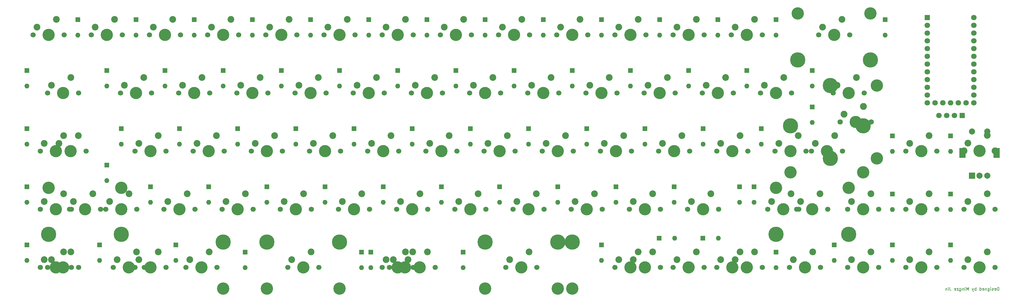
<source format=gbr>
%TF.GenerationSoftware,KiCad,Pcbnew,(6.0.1)*%
%TF.CreationDate,2022-05-17T11:58:57-04:00*%
%TF.ProjectId,GanJing 65 rev 2 solder-rounded,47616e4a-696e-4672-9036-352072657620,2*%
%TF.SameCoordinates,Original*%
%TF.FileFunction,Soldermask,Bot*%
%TF.FilePolarity,Negative*%
%FSLAX46Y46*%
G04 Gerber Fmt 4.6, Leading zero omitted, Abs format (unit mm)*
G04 Created by KiCad (PCBNEW (6.0.1)) date 2022-05-17 11:58:57*
%MOMM*%
%LPD*%
G01*
G04 APERTURE LIST*
%ADD10C,0.150000*%
%ADD11R,1.600000X1.600000*%
%ADD12O,1.600000X1.600000*%
%ADD13R,1.800000X1.800000*%
%ADD14C,1.800000*%
%ADD15C,1.700000*%
%ADD16C,4.000000*%
%ADD17C,2.200000*%
%ADD18C,5.000000*%
%ADD19C,4.050000*%
%ADD20C,2.250000*%
%ADD21R,2.000000X3.200000*%
%ADD22R,2.000000X2.000000*%
%ADD23C,2.000000*%
%ADD24C,1.750000*%
%ADD25C,3.987800*%
G04 APERTURE END LIST*
D10*
X370664285Y-188572380D02*
X370664285Y-187572380D01*
X370426190Y-187572380D01*
X370283333Y-187620000D01*
X370188095Y-187715238D01*
X370140476Y-187810476D01*
X370092857Y-188000952D01*
X370092857Y-188143809D01*
X370140476Y-188334285D01*
X370188095Y-188429523D01*
X370283333Y-188524761D01*
X370426190Y-188572380D01*
X370664285Y-188572380D01*
X369283333Y-188524761D02*
X369378571Y-188572380D01*
X369569047Y-188572380D01*
X369664285Y-188524761D01*
X369711904Y-188429523D01*
X369711904Y-188048571D01*
X369664285Y-187953333D01*
X369569047Y-187905714D01*
X369378571Y-187905714D01*
X369283333Y-187953333D01*
X369235714Y-188048571D01*
X369235714Y-188143809D01*
X369711904Y-188239047D01*
X368854761Y-188524761D02*
X368759523Y-188572380D01*
X368569047Y-188572380D01*
X368473809Y-188524761D01*
X368426190Y-188429523D01*
X368426190Y-188381904D01*
X368473809Y-188286666D01*
X368569047Y-188239047D01*
X368711904Y-188239047D01*
X368807142Y-188191428D01*
X368854761Y-188096190D01*
X368854761Y-188048571D01*
X368807142Y-187953333D01*
X368711904Y-187905714D01*
X368569047Y-187905714D01*
X368473809Y-187953333D01*
X367997619Y-188572380D02*
X367997619Y-187905714D01*
X367997619Y-187572380D02*
X368045238Y-187620000D01*
X367997619Y-187667619D01*
X367950000Y-187620000D01*
X367997619Y-187572380D01*
X367997619Y-187667619D01*
X367092857Y-187905714D02*
X367092857Y-188715238D01*
X367140476Y-188810476D01*
X367188095Y-188858095D01*
X367283333Y-188905714D01*
X367426190Y-188905714D01*
X367521428Y-188858095D01*
X367092857Y-188524761D02*
X367188095Y-188572380D01*
X367378571Y-188572380D01*
X367473809Y-188524761D01*
X367521428Y-188477142D01*
X367569047Y-188381904D01*
X367569047Y-188096190D01*
X367521428Y-188000952D01*
X367473809Y-187953333D01*
X367378571Y-187905714D01*
X367188095Y-187905714D01*
X367092857Y-187953333D01*
X366616666Y-187905714D02*
X366616666Y-188572380D01*
X366616666Y-188000952D02*
X366569047Y-187953333D01*
X366473809Y-187905714D01*
X366330952Y-187905714D01*
X366235714Y-187953333D01*
X366188095Y-188048571D01*
X366188095Y-188572380D01*
X365330952Y-188524761D02*
X365426190Y-188572380D01*
X365616666Y-188572380D01*
X365711904Y-188524761D01*
X365759523Y-188429523D01*
X365759523Y-188048571D01*
X365711904Y-187953333D01*
X365616666Y-187905714D01*
X365426190Y-187905714D01*
X365330952Y-187953333D01*
X365283333Y-188048571D01*
X365283333Y-188143809D01*
X365759523Y-188239047D01*
X364426190Y-188572380D02*
X364426190Y-187572380D01*
X364426190Y-188524761D02*
X364521428Y-188572380D01*
X364711904Y-188572380D01*
X364807142Y-188524761D01*
X364854761Y-188477142D01*
X364902380Y-188381904D01*
X364902380Y-188096190D01*
X364854761Y-188000952D01*
X364807142Y-187953333D01*
X364711904Y-187905714D01*
X364521428Y-187905714D01*
X364426190Y-187953333D01*
X363188095Y-188572380D02*
X363188095Y-187572380D01*
X363188095Y-187953333D02*
X363092857Y-187905714D01*
X362902380Y-187905714D01*
X362807142Y-187953333D01*
X362759523Y-188000952D01*
X362711904Y-188096190D01*
X362711904Y-188381904D01*
X362759523Y-188477142D01*
X362807142Y-188524761D01*
X362902380Y-188572380D01*
X363092857Y-188572380D01*
X363188095Y-188524761D01*
X362378571Y-187905714D02*
X362140476Y-188572380D01*
X361902380Y-187905714D02*
X362140476Y-188572380D01*
X362235714Y-188810476D01*
X362283333Y-188858095D01*
X362378571Y-188905714D01*
X360759523Y-188572380D02*
X360759523Y-187572380D01*
X360426190Y-188286666D01*
X360092857Y-187572380D01*
X360092857Y-188572380D01*
X359616666Y-188572380D02*
X359616666Y-187905714D01*
X359616666Y-187572380D02*
X359664285Y-187620000D01*
X359616666Y-187667619D01*
X359569047Y-187620000D01*
X359616666Y-187572380D01*
X359616666Y-187667619D01*
X359140476Y-187905714D02*
X359140476Y-188572380D01*
X359140476Y-188000952D02*
X359092857Y-187953333D01*
X358997619Y-187905714D01*
X358854761Y-187905714D01*
X358759523Y-187953333D01*
X358711904Y-188048571D01*
X358711904Y-188572380D01*
X357807142Y-187905714D02*
X357807142Y-188715238D01*
X357854761Y-188810476D01*
X357902380Y-188858095D01*
X357997619Y-188905714D01*
X358140476Y-188905714D01*
X358235714Y-188858095D01*
X357807142Y-188524761D02*
X357902380Y-188572380D01*
X358092857Y-188572380D01*
X358188095Y-188524761D01*
X358235714Y-188477142D01*
X358283333Y-188381904D01*
X358283333Y-188096190D01*
X358235714Y-188000952D01*
X358188095Y-187953333D01*
X358092857Y-187905714D01*
X357902380Y-187905714D01*
X357807142Y-187953333D01*
X357426190Y-187905714D02*
X356902380Y-187905714D01*
X357426190Y-188572380D01*
X356902380Y-188572380D01*
X356140476Y-188524761D02*
X356235714Y-188572380D01*
X356426190Y-188572380D01*
X356521428Y-188524761D01*
X356569047Y-188429523D01*
X356569047Y-188048571D01*
X356521428Y-187953333D01*
X356426190Y-187905714D01*
X356235714Y-187905714D01*
X356140476Y-187953333D01*
X356092857Y-188048571D01*
X356092857Y-188143809D01*
X356569047Y-188239047D01*
X354616666Y-187572380D02*
X354616666Y-188286666D01*
X354664285Y-188429523D01*
X354759523Y-188524761D01*
X354902380Y-188572380D01*
X354997619Y-188572380D01*
X354140476Y-188572380D02*
X354140476Y-187905714D01*
X354140476Y-187572380D02*
X354188095Y-187620000D01*
X354140476Y-187667619D01*
X354092857Y-187620000D01*
X354140476Y-187572380D01*
X354140476Y-187667619D01*
X353664285Y-187905714D02*
X353664285Y-188572380D01*
X353664285Y-188000952D02*
X353616666Y-187953333D01*
X353521428Y-187905714D01*
X353378571Y-187905714D01*
X353283333Y-187953333D01*
X353235714Y-188048571D01*
X353235714Y-188572380D01*
D11*
%TO.C,D1*%
X69056250Y-99853750D03*
D12*
X69056250Y-104933750D03*
%TD*%
D11*
%TO.C,D2*%
X88106250Y-99853750D03*
D12*
X88106250Y-104933750D03*
%TD*%
D11*
%TO.C,D3*%
X107156250Y-99853750D03*
D12*
X107156250Y-104933750D03*
%TD*%
D11*
%TO.C,D4*%
X126206250Y-99853750D03*
D12*
X126206250Y-104933750D03*
%TD*%
D11*
%TO.C,D5*%
X145256250Y-99853750D03*
D12*
X145256250Y-104933750D03*
%TD*%
D11*
%TO.C,D6*%
X164306250Y-99853750D03*
D12*
X164306250Y-104933750D03*
%TD*%
D11*
%TO.C,D7*%
X183356250Y-99853750D03*
D12*
X183356250Y-104933750D03*
%TD*%
D11*
%TO.C,D8*%
X202406250Y-99853750D03*
D12*
X202406250Y-104933750D03*
%TD*%
D11*
%TO.C,D9*%
X221456250Y-99853750D03*
D12*
X221456250Y-104933750D03*
%TD*%
D11*
%TO.C,D10*%
X240506250Y-99853750D03*
D12*
X240506250Y-104933750D03*
%TD*%
D11*
%TO.C,D11*%
X259556250Y-99853750D03*
D12*
X259556250Y-104933750D03*
%TD*%
D11*
%TO.C,D12*%
X278606250Y-99853750D03*
D12*
X278606250Y-104933750D03*
%TD*%
D11*
%TO.C,D13*%
X297656250Y-99853750D03*
D12*
X297656250Y-104933750D03*
%TD*%
D11*
%TO.C,D14*%
X333375000Y-99853750D03*
D12*
X333375000Y-104933750D03*
%TD*%
D11*
%TO.C,D16*%
X52387500Y-116522500D03*
D12*
X52387500Y-121602500D03*
%TD*%
D11*
%TO.C,D17*%
X78581250Y-116522500D03*
D12*
X78581250Y-121602500D03*
%TD*%
D11*
%TO.C,D18*%
X97631250Y-116522500D03*
D12*
X97631250Y-121602500D03*
%TD*%
D11*
%TO.C,D19*%
X116681250Y-116522500D03*
D12*
X116681250Y-121602500D03*
%TD*%
D11*
%TO.C,D20*%
X135731250Y-116522500D03*
D12*
X135731250Y-121602500D03*
%TD*%
D11*
%TO.C,D21*%
X154781250Y-116522500D03*
D12*
X154781250Y-121602500D03*
%TD*%
D11*
%TO.C,D22*%
X173831250Y-116522500D03*
D12*
X173831250Y-121602500D03*
%TD*%
D11*
%TO.C,D23*%
X192881250Y-116522500D03*
D12*
X192881250Y-121602500D03*
%TD*%
D11*
%TO.C,D24*%
X211931250Y-116522500D03*
D12*
X211931250Y-121602500D03*
%TD*%
D11*
%TO.C,D25*%
X230981250Y-116522500D03*
D12*
X230981250Y-121602500D03*
%TD*%
D11*
%TO.C,D26*%
X250031250Y-116522500D03*
D12*
X250031250Y-121602500D03*
%TD*%
D11*
%TO.C,D27*%
X269081250Y-116522500D03*
D12*
X269081250Y-121602500D03*
%TD*%
D11*
%TO.C,D28*%
X288131250Y-116522500D03*
D12*
X288131250Y-121602500D03*
%TD*%
D11*
%TO.C,D29*%
X309562500Y-116522500D03*
D12*
X309562500Y-121602500D03*
%TD*%
D11*
%TO.C,D30*%
X335756250Y-137953750D03*
D12*
X335756250Y-143033750D03*
%TD*%
D11*
%TO.C,D31*%
X52387500Y-135572500D03*
D12*
X52387500Y-140652500D03*
%TD*%
D11*
%TO.C,D32*%
X83343750Y-135572500D03*
D12*
X83343750Y-140652500D03*
%TD*%
D11*
%TO.C,D33*%
X102393750Y-135572500D03*
D12*
X102393750Y-140652500D03*
%TD*%
D11*
%TO.C,D34*%
X121443750Y-135572500D03*
D12*
X121443750Y-140652500D03*
%TD*%
D11*
%TO.C,D35*%
X140493750Y-135572500D03*
D12*
X140493750Y-140652500D03*
%TD*%
D11*
%TO.C,D36*%
X159543750Y-135572500D03*
D12*
X159543750Y-140652500D03*
%TD*%
D11*
%TO.C,D37*%
X178593750Y-135572500D03*
D12*
X178593750Y-140652500D03*
%TD*%
D11*
%TO.C,D38*%
X197643750Y-135572500D03*
D12*
X197643750Y-140652500D03*
%TD*%
D11*
%TO.C,D39*%
X216693750Y-135572500D03*
D12*
X216693750Y-140652500D03*
%TD*%
D11*
%TO.C,D40*%
X235743750Y-135572500D03*
D12*
X235743750Y-140652500D03*
%TD*%
D11*
%TO.C,D41*%
X254793750Y-135572500D03*
D12*
X254793750Y-140652500D03*
%TD*%
D11*
%TO.C,D42*%
X273843750Y-135572500D03*
D12*
X273843750Y-140652500D03*
%TD*%
D11*
%TO.C,D43*%
X292893750Y-135572500D03*
D12*
X292893750Y-140652500D03*
%TD*%
D11*
%TO.C,D44*%
X309562500Y-128428750D03*
D12*
X309562500Y-133508750D03*
%TD*%
D11*
%TO.C,D45*%
X335756250Y-157003750D03*
D12*
X335756250Y-162083750D03*
%TD*%
D11*
%TO.C,D46*%
X52387500Y-154622500D03*
D12*
X52387500Y-159702500D03*
%TD*%
D11*
%TO.C,D47*%
X78581250Y-147478750D03*
D12*
X78581250Y-152558750D03*
%TD*%
D11*
%TO.C,D48*%
X92868750Y-154622500D03*
D12*
X92868750Y-159702500D03*
%TD*%
D11*
%TO.C,D49*%
X111918750Y-154622500D03*
D12*
X111918750Y-159702500D03*
%TD*%
D11*
%TO.C,D50*%
X130968750Y-154622500D03*
D12*
X130968750Y-159702500D03*
%TD*%
D11*
%TO.C,D51*%
X150018750Y-154622500D03*
D12*
X150018750Y-159702500D03*
%TD*%
D11*
%TO.C,D52*%
X169068750Y-154622500D03*
D12*
X169068750Y-159702500D03*
%TD*%
D11*
%TO.C,D53*%
X188118750Y-154622500D03*
D12*
X188118750Y-159702500D03*
%TD*%
D11*
%TO.C,D54*%
X207168750Y-154622500D03*
D12*
X207168750Y-159702500D03*
%TD*%
D11*
%TO.C,D55*%
X226218750Y-154622500D03*
D12*
X226218750Y-159702500D03*
%TD*%
D11*
%TO.C,D57*%
X264318750Y-154622500D03*
D12*
X264318750Y-159702500D03*
%TD*%
D11*
%TO.C,D58*%
X290512500Y-154622500D03*
D12*
X290512500Y-159702500D03*
%TD*%
D11*
%TO.C,D60*%
X354806250Y-157003750D03*
D12*
X354806250Y-162083750D03*
%TD*%
D11*
%TO.C,D61*%
X52387500Y-173672500D03*
D12*
X52387500Y-178752500D03*
%TD*%
D11*
%TO.C,D62*%
X76200000Y-173672500D03*
D12*
X76200000Y-178752500D03*
%TD*%
D11*
%TO.C,D63*%
X101200000Y-173672500D03*
D12*
X101200000Y-178752500D03*
%TD*%
D11*
%TO.C,D66*%
X165000000Y-176053750D03*
D12*
X165000000Y-181133750D03*
%TD*%
D11*
%TO.C,D68*%
X240506250Y-173672500D03*
D12*
X240506250Y-178752500D03*
%TD*%
D11*
%TO.C,D69*%
X259397500Y-171450000D03*
D12*
X264477500Y-171450000D03*
%TD*%
D11*
%TO.C,D70*%
X273685000Y-171450000D03*
D12*
X278765000Y-171450000D03*
%TD*%
D11*
%TO.C,D71*%
X297656250Y-176053750D03*
D12*
X297656250Y-181133750D03*
%TD*%
D11*
%TO.C,D72*%
X316706250Y-173672500D03*
D12*
X316706250Y-178752500D03*
%TD*%
D11*
%TO.C,D73*%
X335756250Y-173672500D03*
D12*
X335756250Y-178752500D03*
%TD*%
D11*
%TO.C,D74*%
X354806250Y-173672500D03*
D12*
X354806250Y-178752500D03*
%TD*%
D11*
%TO.C,D15*%
X354806250Y-137953750D03*
D12*
X354806250Y-143033750D03*
%TD*%
D13*
%TO.C,DS1*%
X358616250Y-131250000D03*
D14*
X356076250Y-131250000D03*
X353536250Y-131250000D03*
X350996250Y-131250000D03*
%TD*%
D15*
%TO.C,MX1*%
X54451250Y-104775000D03*
X64611250Y-104775000D03*
D16*
X59531250Y-104775000D03*
D17*
X62071250Y-99695000D03*
X55721250Y-102235000D03*
%TD*%
D15*
%TO.C,MX2*%
X83661250Y-104775000D03*
X73501250Y-104775000D03*
D16*
X78581250Y-104775000D03*
D17*
X81121250Y-99695000D03*
X74771250Y-102235000D03*
%TD*%
D16*
%TO.C,MX3*%
X97631250Y-104775000D03*
D15*
X92551250Y-104775000D03*
X102711250Y-104775000D03*
D17*
X100171250Y-99695000D03*
X93821250Y-102235000D03*
%TD*%
D15*
%TO.C,MX4*%
X111601250Y-104775000D03*
D16*
X116681250Y-104775000D03*
D15*
X121761250Y-104775000D03*
D17*
X119221250Y-99695000D03*
X112871250Y-102235000D03*
%TD*%
D16*
%TO.C,MX5*%
X135731250Y-104775000D03*
D15*
X140811250Y-104775000D03*
X130651250Y-104775000D03*
D17*
X138271250Y-99695000D03*
X131921250Y-102235000D03*
%TD*%
D16*
%TO.C,MX6*%
X154781250Y-104775000D03*
D15*
X149701250Y-104775000D03*
X159861250Y-104775000D03*
D17*
X157321250Y-99695000D03*
X150971250Y-102235000D03*
%TD*%
D15*
%TO.C,MX7*%
X168751250Y-104775000D03*
D16*
X173831250Y-104775000D03*
D15*
X178911250Y-104775000D03*
D17*
X176371250Y-99695000D03*
X170021250Y-102235000D03*
%TD*%
D16*
%TO.C,MX8*%
X192881250Y-104775000D03*
D15*
X187801250Y-104775000D03*
X197961250Y-104775000D03*
D17*
X195421250Y-99695000D03*
X189071250Y-102235000D03*
%TD*%
D15*
%TO.C,MX9*%
X217011250Y-104775000D03*
X206851250Y-104775000D03*
D16*
X211931250Y-104775000D03*
D17*
X214471250Y-99695000D03*
X208121250Y-102235000D03*
%TD*%
D15*
%TO.C,MX10*%
X236061250Y-104775000D03*
X225901250Y-104775000D03*
D16*
X230981250Y-104775000D03*
D17*
X233521250Y-99695000D03*
X227171250Y-102235000D03*
%TD*%
D16*
%TO.C,MX11*%
X250031250Y-104775000D03*
D15*
X255111250Y-104775000D03*
X244951250Y-104775000D03*
D17*
X252571250Y-99695000D03*
X246221250Y-102235000D03*
%TD*%
D15*
%TO.C,MX12*%
X264001250Y-104775000D03*
D16*
X269081250Y-104775000D03*
D15*
X274161250Y-104775000D03*
D17*
X271621250Y-99695000D03*
X265271250Y-102235000D03*
%TD*%
D16*
%TO.C,MX13*%
X288131250Y-104775000D03*
D15*
X283051250Y-104775000D03*
X293211250Y-104775000D03*
D17*
X290671250Y-99695000D03*
X284321250Y-102235000D03*
%TD*%
D18*
%TO.C,MX14*%
X328606250Y-113015000D03*
D15*
X311626250Y-104775000D03*
D16*
X316706250Y-104775000D03*
D15*
X321786250Y-104775000D03*
D18*
X304806250Y-113015000D03*
D19*
X328606250Y-97775000D03*
X304806250Y-97775000D03*
D17*
X319246250Y-99695000D03*
X312896250Y-102235000D03*
%TD*%
D15*
%TO.C,MX16*%
X69373750Y-123825000D03*
X59213750Y-123825000D03*
D16*
X64293750Y-123825000D03*
D17*
X66833750Y-118745000D03*
X60483750Y-121285000D03*
%TD*%
D15*
%TO.C,MX17*%
X93186250Y-123825000D03*
D16*
X88106250Y-123825000D03*
D15*
X83026250Y-123825000D03*
D17*
X90646250Y-118745000D03*
X84296250Y-121285000D03*
%TD*%
D15*
%TO.C,MX18*%
X102076250Y-123825000D03*
X112236250Y-123825000D03*
D16*
X107156250Y-123825000D03*
D17*
X109696250Y-118745000D03*
X103346250Y-121285000D03*
%TD*%
D15*
%TO.C,MX19*%
X121126250Y-123825000D03*
X131286250Y-123825000D03*
D16*
X126206250Y-123825000D03*
D17*
X128746250Y-118745000D03*
X122396250Y-121285000D03*
%TD*%
D15*
%TO.C,MX20*%
X150336250Y-123825000D03*
X140176250Y-123825000D03*
D16*
X145256250Y-123825000D03*
D17*
X147796250Y-118745000D03*
X141446250Y-121285000D03*
%TD*%
D15*
%TO.C,MX21*%
X159226250Y-123825000D03*
D16*
X164306250Y-123825000D03*
D15*
X169386250Y-123825000D03*
D17*
X166846250Y-118745000D03*
X160496250Y-121285000D03*
%TD*%
D15*
%TO.C,MX22*%
X178276250Y-123825000D03*
X188436250Y-123825000D03*
D16*
X183356250Y-123825000D03*
D17*
X185896250Y-118745000D03*
X179546250Y-121285000D03*
%TD*%
D16*
%TO.C,MX23*%
X202406250Y-123825000D03*
D15*
X207486250Y-123825000D03*
X197326250Y-123825000D03*
D17*
X204946250Y-118745000D03*
X198596250Y-121285000D03*
%TD*%
D15*
%TO.C,MX24*%
X216376250Y-123825000D03*
D16*
X221456250Y-123825000D03*
D15*
X226536250Y-123825000D03*
D17*
X223996250Y-118745000D03*
X217646250Y-121285000D03*
%TD*%
D16*
%TO.C,MX25*%
X240506250Y-123825000D03*
D15*
X245586250Y-123825000D03*
X235426250Y-123825000D03*
D17*
X243046250Y-118745000D03*
X236696250Y-121285000D03*
%TD*%
D15*
%TO.C,MX26*%
X264636250Y-123825000D03*
D16*
X259556250Y-123825000D03*
D15*
X254476250Y-123825000D03*
D17*
X262096250Y-118745000D03*
X255746250Y-121285000D03*
%TD*%
D15*
%TO.C,MX27*%
X283686250Y-123825000D03*
X273526250Y-123825000D03*
D16*
X278606250Y-123825000D03*
D17*
X281146250Y-118745000D03*
X274796250Y-121285000D03*
%TD*%
D15*
%TO.C,MX28*%
X302736250Y-123825000D03*
D16*
X297656250Y-123825000D03*
D15*
X292576250Y-123825000D03*
D17*
X300196250Y-118745000D03*
X293846250Y-121285000D03*
%TD*%
D15*
%TO.C,MX29*%
X316388750Y-123825000D03*
D16*
X321468750Y-123825000D03*
D15*
X326548750Y-123825000D03*
D17*
X324008750Y-118745000D03*
X317658750Y-121285000D03*
%TD*%
D15*
%TO.C,MX30*%
X350361250Y-142875000D03*
X340201250Y-142875000D03*
D16*
X345281250Y-142875000D03*
D17*
X347821250Y-137795000D03*
X341471250Y-140335000D03*
%TD*%
D16*
%TO.C,MX31*%
X66675000Y-142875000D03*
D15*
X61595000Y-142875000D03*
X71755000Y-142875000D03*
D17*
X69215000Y-137795000D03*
X62865000Y-140335000D03*
%TD*%
D15*
%TO.C,MX32*%
X97948750Y-142875000D03*
D16*
X92868750Y-142875000D03*
D15*
X87788750Y-142875000D03*
D17*
X95408750Y-137795000D03*
X89058750Y-140335000D03*
%TD*%
D15*
%TO.C,MX33*%
X116998750Y-142875000D03*
X106838750Y-142875000D03*
D16*
X111918750Y-142875000D03*
D17*
X114458750Y-137795000D03*
X108108750Y-140335000D03*
%TD*%
D16*
%TO.C,MX34*%
X130968750Y-142875000D03*
D15*
X136048750Y-142875000D03*
X125888750Y-142875000D03*
D17*
X133508750Y-137795000D03*
X127158750Y-140335000D03*
%TD*%
D16*
%TO.C,MX35*%
X150018750Y-142875000D03*
D15*
X144938750Y-142875000D03*
X155098750Y-142875000D03*
D17*
X152558750Y-137795000D03*
X146208750Y-140335000D03*
%TD*%
D15*
%TO.C,MX36*%
X163988750Y-142875000D03*
D16*
X169068750Y-142875000D03*
D15*
X174148750Y-142875000D03*
D17*
X171608750Y-137795000D03*
X165258750Y-140335000D03*
%TD*%
D16*
%TO.C,MX37*%
X188118750Y-142875000D03*
D15*
X193198750Y-142875000D03*
X183038750Y-142875000D03*
D17*
X190658750Y-137795000D03*
X184308750Y-140335000D03*
%TD*%
D15*
%TO.C,MX38*%
X212248750Y-142875000D03*
D16*
X207168750Y-142875000D03*
D15*
X202088750Y-142875000D03*
D17*
X209708750Y-137795000D03*
X203358750Y-140335000D03*
%TD*%
D16*
%TO.C,MX39*%
X226218750Y-142875000D03*
D15*
X221138750Y-142875000D03*
X231298750Y-142875000D03*
D17*
X228758750Y-137795000D03*
X222408750Y-140335000D03*
%TD*%
D15*
%TO.C,MX40*%
X250348750Y-142875000D03*
D16*
X245268750Y-142875000D03*
D15*
X240188750Y-142875000D03*
D17*
X247808750Y-137795000D03*
X241458750Y-140335000D03*
%TD*%
D15*
%TO.C,MX41*%
X259238750Y-142875000D03*
X269398750Y-142875000D03*
D16*
X264318750Y-142875000D03*
D17*
X266858750Y-137795000D03*
X260508750Y-140335000D03*
%TD*%
D15*
%TO.C,MX42*%
X278288750Y-142875000D03*
D16*
X283368750Y-142875000D03*
D15*
X288448750Y-142875000D03*
D17*
X285908750Y-137795000D03*
X279558750Y-140335000D03*
%TD*%
D15*
%TO.C,MX43*%
X307498750Y-142875000D03*
D16*
X302418750Y-142875000D03*
D15*
X297338750Y-142875000D03*
D17*
X304958750Y-137795000D03*
X298608750Y-140335000D03*
%TD*%
D16*
%TO.C,MX44*%
X314325000Y-142875000D03*
D19*
X302425000Y-149875000D03*
D15*
X319405000Y-142875000D03*
D18*
X302425000Y-134635000D03*
X326225000Y-134635000D03*
D15*
X309245000Y-142875000D03*
D19*
X326225000Y-149875000D03*
D17*
X316865000Y-137795000D03*
X310515000Y-140335000D03*
%TD*%
D15*
%TO.C,MX45*%
X350361250Y-161925000D03*
X340201250Y-161925000D03*
D16*
X345281250Y-161925000D03*
D17*
X347821250Y-156845000D03*
X341471250Y-159385000D03*
%TD*%
D15*
%TO.C,MX46*%
X66357500Y-161925000D03*
D18*
X83337500Y-170165000D03*
D16*
X71437500Y-161925000D03*
D15*
X76517500Y-161925000D03*
D18*
X59537500Y-170165000D03*
D19*
X83337500Y-154925000D03*
X59537500Y-154925000D03*
D17*
X73977500Y-156845000D03*
X67627500Y-159385000D03*
%TD*%
D15*
%TO.C,MX48*%
X97313750Y-161925000D03*
D16*
X102393750Y-161925000D03*
D15*
X107473750Y-161925000D03*
D17*
X104933750Y-156845000D03*
X98583750Y-159385000D03*
%TD*%
D15*
%TO.C,MX49*%
X116363750Y-161925000D03*
X126523750Y-161925000D03*
D16*
X121443750Y-161925000D03*
D17*
X123983750Y-156845000D03*
X117633750Y-159385000D03*
%TD*%
D15*
%TO.C,MX50*%
X145573750Y-161925000D03*
D16*
X140493750Y-161925000D03*
D15*
X135413750Y-161925000D03*
D17*
X143033750Y-156845000D03*
X136683750Y-159385000D03*
%TD*%
D16*
%TO.C,MX51*%
X159543750Y-161925000D03*
D15*
X164623750Y-161925000D03*
X154463750Y-161925000D03*
D17*
X162083750Y-156845000D03*
X155733750Y-159385000D03*
%TD*%
D16*
%TO.C,MX52*%
X178593750Y-161925000D03*
D15*
X183673750Y-161925000D03*
X173513750Y-161925000D03*
D17*
X181133750Y-156845000D03*
X174783750Y-159385000D03*
%TD*%
D16*
%TO.C,MX53*%
X197643750Y-161925000D03*
D15*
X192563750Y-161925000D03*
X202723750Y-161925000D03*
D17*
X200183750Y-156845000D03*
X193833750Y-159385000D03*
%TD*%
D16*
%TO.C,MX54*%
X216693750Y-161925000D03*
D15*
X211613750Y-161925000D03*
X221773750Y-161925000D03*
D17*
X219233750Y-156845000D03*
X212883750Y-159385000D03*
%TD*%
D16*
%TO.C,MX55*%
X235743750Y-161925000D03*
D15*
X230663750Y-161925000D03*
X240823750Y-161925000D03*
D17*
X238283750Y-156845000D03*
X231933750Y-159385000D03*
%TD*%
D16*
%TO.C,MX56*%
X254793750Y-161925000D03*
D15*
X249713750Y-161925000D03*
X259873750Y-161925000D03*
D17*
X257333750Y-156845000D03*
X250983750Y-159385000D03*
%TD*%
D15*
%TO.C,MX57*%
X268763750Y-161925000D03*
D16*
X273843750Y-161925000D03*
D15*
X278923750Y-161925000D03*
D17*
X276383750Y-156845000D03*
X270033750Y-159385000D03*
%TD*%
D18*
%TO.C,MX58*%
X297662500Y-170165000D03*
X321462500Y-170165000D03*
D16*
X309562500Y-161925000D03*
D15*
X314642500Y-161925000D03*
X304482500Y-161925000D03*
D19*
X321462500Y-154925000D03*
X297662500Y-154925000D03*
D17*
X312102500Y-156845000D03*
X305752500Y-159385000D03*
%TD*%
D15*
%TO.C,MX60*%
X369411250Y-161925000D03*
D16*
X364331250Y-161925000D03*
D15*
X359251250Y-161925000D03*
D17*
X366871250Y-156845000D03*
X360521250Y-159385000D03*
%TD*%
D15*
%TO.C,MX61*%
X56832500Y-180975000D03*
D16*
X61912500Y-180975000D03*
D15*
X66992500Y-180975000D03*
D17*
X64452500Y-175895000D03*
X58102500Y-178435000D03*
%TD*%
D16*
%TO.C,MX62*%
X85725000Y-180975000D03*
D15*
X90805000Y-180975000D03*
X80645000Y-180975000D03*
D17*
X88265000Y-175895000D03*
X81915000Y-178435000D03*
%TD*%
D15*
%TO.C,MX63*%
X104457500Y-180975000D03*
D16*
X109537500Y-180975000D03*
D15*
X114617500Y-180975000D03*
D17*
X112077500Y-175895000D03*
X105727500Y-178435000D03*
%TD*%
D18*
%TO.C,MX66*%
X130975100Y-172720000D03*
D19*
X230974900Y-187960000D03*
D15*
X186055000Y-180975000D03*
X175895000Y-180975000D03*
D18*
X230974900Y-172720000D03*
D19*
X130975100Y-187960000D03*
D16*
X180975000Y-180975000D03*
D17*
X183515000Y-175895000D03*
X177165000Y-178435000D03*
%TD*%
D16*
%TO.C,MX68*%
X250031250Y-180975000D03*
D15*
X244951250Y-180975000D03*
X255111250Y-180975000D03*
D17*
X252571250Y-175895000D03*
X246221250Y-178435000D03*
%TD*%
D16*
%TO.C,MX69*%
X269081250Y-180975000D03*
D15*
X264001250Y-180975000D03*
X274161250Y-180975000D03*
D17*
X271621250Y-175895000D03*
X265271250Y-178435000D03*
%TD*%
D15*
%TO.C,MX70*%
X293211250Y-180975000D03*
D16*
X288131250Y-180975000D03*
D15*
X283051250Y-180975000D03*
D17*
X290671250Y-175895000D03*
X284321250Y-178435000D03*
%TD*%
D16*
%TO.C,MX71*%
X307181250Y-180975000D03*
D15*
X302101250Y-180975000D03*
X312261250Y-180975000D03*
D17*
X309721250Y-175895000D03*
X303371250Y-178435000D03*
%TD*%
D15*
%TO.C,MX72*%
X331311250Y-180975000D03*
X321151250Y-180975000D03*
D16*
X326231250Y-180975000D03*
D17*
X328771250Y-175895000D03*
X322421250Y-178435000D03*
%TD*%
D15*
%TO.C,MX73*%
X350361250Y-180975000D03*
D16*
X345281250Y-180975000D03*
D15*
X340201250Y-180975000D03*
D17*
X347821250Y-175895000D03*
X341471250Y-178435000D03*
%TD*%
D15*
%TO.C,MX74*%
X359251250Y-180975000D03*
X369411250Y-180975000D03*
D16*
X364331250Y-180975000D03*
D17*
X366871250Y-175895000D03*
X360521250Y-178435000D03*
%TD*%
D15*
%TO.C,MX75*%
X56832500Y-142875000D03*
X66992500Y-142875000D03*
D16*
X61912500Y-142875000D03*
D17*
X64452500Y-137795000D03*
X58102500Y-140335000D03*
%TD*%
D16*
%TO.C,MX77*%
X61912500Y-161925000D03*
D15*
X56832500Y-161925000D03*
X66992500Y-161925000D03*
D17*
X64452500Y-156845000D03*
X58102500Y-159385000D03*
%TD*%
D18*
%TO.C,MX64*%
X130975000Y-172735000D03*
D15*
X137795000Y-180975000D03*
D18*
X154775000Y-172735000D03*
D19*
X130975000Y-187975000D03*
D15*
X147955000Y-180975000D03*
D19*
X154775000Y-187975000D03*
D16*
X142875000Y-180975000D03*
D17*
X145415000Y-175895000D03*
X139065000Y-178435000D03*
%TD*%
D16*
%TO.C,MX65*%
X176212500Y-180975000D03*
D15*
X171132500Y-180975000D03*
X181292500Y-180975000D03*
D17*
X178752500Y-175895000D03*
X172402500Y-178435000D03*
%TD*%
D13*
%TO.C,U1*%
X347186250Y-99130000D03*
D14*
X347186250Y-101670000D03*
X347186250Y-104210000D03*
X347186250Y-106750000D03*
X347186250Y-109290000D03*
X347186250Y-111830000D03*
X347186250Y-114370000D03*
X347186250Y-116910000D03*
X347186250Y-119450000D03*
X347186250Y-121990000D03*
X347186250Y-124530000D03*
X347186250Y-127070000D03*
X362426250Y-127070000D03*
X362426250Y-124530000D03*
X362426250Y-121990000D03*
X362426250Y-119450000D03*
X362426250Y-116910000D03*
X362426250Y-114370000D03*
X362426250Y-111830000D03*
X362426250Y-109290000D03*
X362426250Y-106750000D03*
X362426250Y-104210000D03*
X362426250Y-101670000D03*
X362426250Y-99130000D03*
X349726250Y-127070000D03*
X352266250Y-127070000D03*
X354806250Y-127070000D03*
X357346250Y-127070000D03*
X359886250Y-127070000D03*
%TD*%
D11*
%TO.C,D56*%
X245268750Y-154622500D03*
D12*
X245268750Y-159702500D03*
%TD*%
D19*
%TO.C,MX67*%
X202412500Y-187975000D03*
D18*
X202412500Y-172735000D03*
D19*
X226212500Y-187975000D03*
D15*
X209232500Y-180975000D03*
D16*
X214312500Y-180975000D03*
D18*
X226212500Y-172735000D03*
D15*
X219392500Y-180975000D03*
D17*
X216852500Y-175895000D03*
X210502500Y-178435000D03*
%TD*%
D20*
%TO.C,MX15*%
X359240000Y-142860000D03*
X369400000Y-142860000D03*
D16*
X364320000Y-142860000D03*
D17*
X366860000Y-137780000D03*
X360510000Y-140320000D03*
%TD*%
D15*
%TO.C,MX47*%
X78263750Y-161925000D03*
X88423750Y-161925000D03*
D16*
X83343750Y-161925000D03*
D17*
X85883750Y-156845000D03*
X79533750Y-159385000D03*
%TD*%
D21*
%TO.C,SW1*%
X358731250Y-143475000D03*
X369931250Y-143475000D03*
D22*
X361831250Y-150975000D03*
D23*
X366831250Y-150975000D03*
X364331250Y-150975000D03*
X366831250Y-136475000D03*
X361831250Y-136475000D03*
%TD*%
D15*
%TO.C,MX59*%
X321151250Y-161925000D03*
X331311250Y-161925000D03*
D16*
X326231250Y-161925000D03*
D17*
X328771250Y-156845000D03*
X322421250Y-159385000D03*
%TD*%
D11*
%TO.C,D67*%
X195262500Y-176053750D03*
D12*
X195262500Y-181133750D03*
%TD*%
D15*
%TO.C,MX83*%
X288448750Y-180975000D03*
D16*
X283368750Y-180975000D03*
D15*
X278288750Y-180975000D03*
D17*
X285908750Y-175895000D03*
X279558750Y-178435000D03*
%TD*%
D11*
%TO.C,D65*%
X161925000Y-176053750D03*
D12*
X161925000Y-181133750D03*
%TD*%
D15*
%TO.C,MX79*%
X59213750Y-180975000D03*
X69373750Y-180975000D03*
D16*
X64293750Y-180975000D03*
D17*
X66833750Y-175895000D03*
X60483750Y-178435000D03*
%TD*%
D11*
%TO.C,D64*%
X123825000Y-176053750D03*
D12*
X123825000Y-181133750D03*
%TD*%
D18*
%TO.C,MX76*%
X315470000Y-145288000D03*
D24*
X318645000Y-133350000D03*
D19*
X330710000Y-145288000D03*
D18*
X315470000Y-121412000D03*
D25*
X323725000Y-133350000D03*
D24*
X328805000Y-133350000D03*
D19*
X330710000Y-121412000D03*
D20*
X326265000Y-128270000D03*
X319915000Y-130810000D03*
%TD*%
D15*
%TO.C,MX80*%
X97948750Y-180975000D03*
D16*
X92868750Y-180975000D03*
D15*
X87788750Y-180975000D03*
D17*
X95408750Y-175895000D03*
X89058750Y-178435000D03*
%TD*%
D15*
%TO.C,MX82*%
X249713750Y-180975000D03*
X259873750Y-180975000D03*
D16*
X254793750Y-180975000D03*
D17*
X257333750Y-175895000D03*
X250983750Y-178435000D03*
%TD*%
D16*
%TO.C,MX78*%
X300037500Y-161925000D03*
D15*
X294957500Y-161925000D03*
X305117500Y-161925000D03*
D17*
X302577500Y-156845000D03*
X296227500Y-159385000D03*
%TD*%
D19*
%TO.C,MX81*%
X230981250Y-187960000D03*
D18*
X230981250Y-172720000D03*
D15*
X168751250Y-180975000D03*
D19*
X116681250Y-187960000D03*
D16*
X173831250Y-180975000D03*
D15*
X178911250Y-180975000D03*
D18*
X116681250Y-172720000D03*
D17*
X176371250Y-175895000D03*
X170021250Y-178435000D03*
%TD*%
D11*
%TO.C,D59*%
X285750000Y-154622500D03*
D12*
X285750000Y-159702500D03*
%TD*%
M02*

</source>
